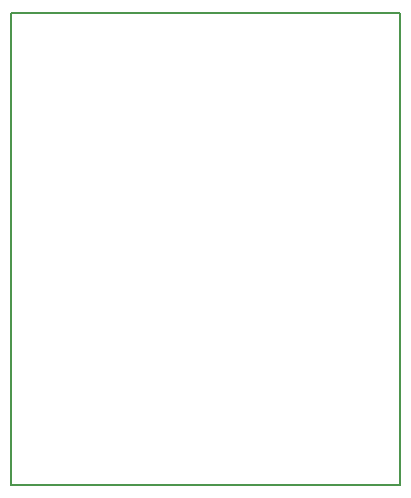
<source format=gbr>
G04 #@! TF.FileFunction,Profile,NP*
%FSLAX46Y46*%
G04 Gerber Fmt 4.6, Leading zero omitted, Abs format (unit mm)*
G04 Created by KiCad (PCBNEW (2015-09-21 BZR 6208, Git 1d27d08)-product) date Sam 03 Okt 2015 00:56:19 CEST*
%MOMM*%
G01*
G04 APERTURE LIST*
%ADD10C,0.100000*%
%ADD11C,0.150000*%
G04 APERTURE END LIST*
D10*
D11*
X177000000Y-132000000D02*
X177000000Y-92000000D01*
X210000000Y-132000000D02*
X177000000Y-132000000D01*
X210000000Y-92000000D02*
X210000000Y-132000000D01*
X177000000Y-92000000D02*
X210000000Y-92000000D01*
M02*

</source>
